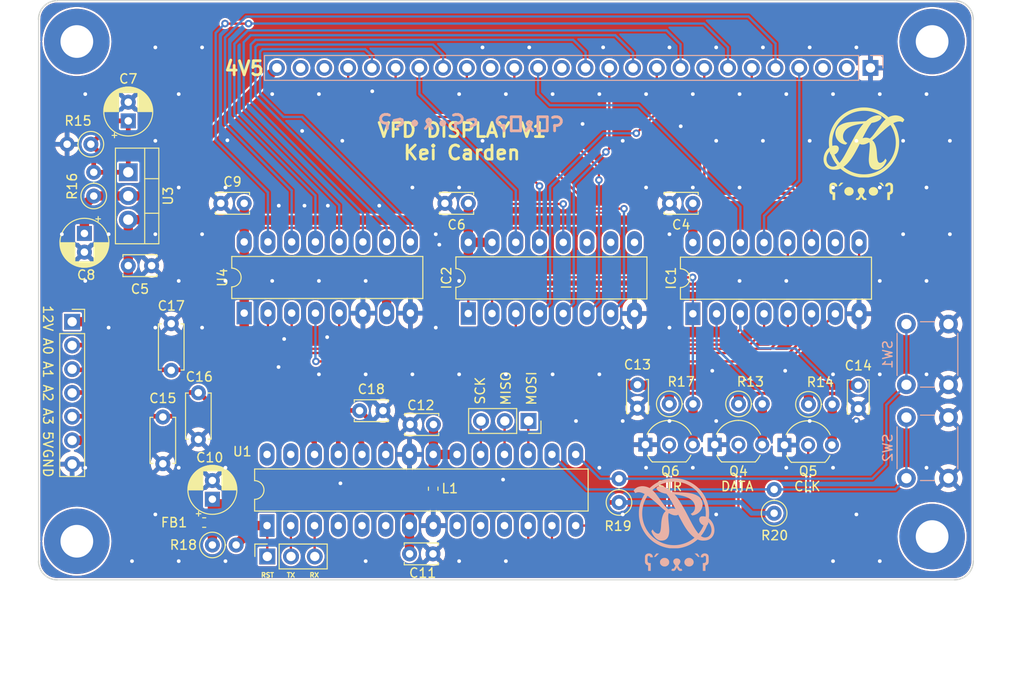
<source format=kicad_pcb>
(kicad_pcb (version 20211014) (generator pcbnew)
  (layers (0 "F.Cu" signal) (31 "B.Cu" signal) (34 "B.Paste" user) (35 "F.Paste" user) (36 "B.SilkS" user "B.Silkscreen") (37 "F.SilkS" user "F.Silkscreen") (38 "B.Mask" user) (39 "F.Mask" user) (44 "Edge.Cuts" user))
  (net 0 "")
  (net 1 "+12V")
  (net 2 "GND")
  (net 3 "/Display/Filiment Voltage")
  (net 4 "/Display/STR")
  (net 5 "/Display/DATA")
  (net 6 "/Display/CLK")
  (net 19 "/Display/Set")
  (net 21 "/Display/BCD1")
  (net 22 "/Display/BCD2")
  (net 23 "/Display/BCD3")
  (net 24 "/Display/BCD4")
  (net 25 "/Display/G3")
  (net 26 "/Display/G2")
  (net 27 "/Display/G1")
  (net 28 "/Display/G4")
  (net 29 "/Display/G5")
  (net 30 "/Display/G7")
  (net 31 "/Display/G8")
  (net 32 "/Display/G11")
  (net 33 "/Display/G10")
  (net 34 "/Display/G9")
  (net 35 "/Display/A")
  (net 36 "/Display/B")
  (net 37 "/Display/C")
  (net 38 "/Display/D")
  (net 39 "/Display/E")
  (net 40 "/Display/G")
  (net 41 "/Display/F")
  (net 42 "/Display/SERIAL")
  (net 43 "/Display/DOT")
  (net 44 "+5V")
  (net 45 "/Display/CLEAN 5V")
  (net 46 "/Display/ADC V")
  (net 47 "/Display/MOSI")
  (net 48 "/Display/MISO")
  (net 49 "/Display/SCK")
  (net 50 "/Display/TX")
  (net 51 "/Display/RX")
  (net 52 "/Display/data")
  (net 53 "/Display/clk")
  (net 54 "/Display/str")
  (net 55 "/Display/ADC0")
  (net 56 "/Display/ADC1")
  (net 57 "/Display/ADC2")
  (net 58 "/Display/ADC3")
  (net 59 "/Display/RST")
  (net 60 "Net-(R19-Pad2)")
  (net 61 "Net-(R20-Pad2)")
  (net 62 "/CLEAN 5V")
  (footprint "Capacitor_THT:C_Disc_D4.7mm_W2.5mm_P5.00mm" (layer "F.Cu") (at 102.8 114.57 -90)
    (fp_text reference "C15")
    (fp_text value "C")
  )
  (footprint "Capacitor_THT:C_Disc_D3.4mm_W2.1mm_P2.50mm" (layer "F.Cu") (at 129.2 129.22)
    (fp_text reference "C11")
    (fp_text value "100n")
  )
  (footprint "Capacitor_THT:C_Disc_D3.4mm_W2.1mm_P2.50mm" (layer "F.Cu") (at 123.85 113.895)
    (fp_text reference "C18")
    (fp_text value "C")
  )
  (footprint "Capacitor_THT:C_Disc_D3.4mm_W2.1mm_P2.50mm" (layer "F.Cu") (at 177.2 111.17 -90)
    (fp_text reference "C14")
    (fp_text value "100n")
  )
  (footprint "Package_TO_SOT_THT:TO-92_Inline_Wide" (layer "F.Cu") (at 169.3 117.57)
    (fp_text reference "Q5")
    (fp_text value "2N7000")
  )
  (footprint "Resistor_THT:R_Axial_DIN0207_L6.3mm_D2.5mm_P2.54mm_Vertical" (layer "F.Cu") (at 108.1 128.27)
    (fp_text reference "R18")
    (fp_text value "R")
  )
  (footprint "Capacitor_THT:C_Disc_D3.4mm_W2.1mm_P2.50mm" (layer "F.Cu") (at 153.58 111.12 -90)
    (fp_text reference "C13")
    (fp_text value "100n")
  )
  (footprint "Package_DIP:DIP-28_W7.62mm_LongPads" (layer "F.Cu") (at 113.95 126.195 90)
    (fp_text reference "U1")
    (fp_text value "ATmega8L-8P")
  )
  (footprint "Capacitor_THT:C_Disc_D3.4mm_W2.1mm_P2.50mm" (layer "F.Cu") (at 99.1 98.365)
    (fp_text reference "C5")
    (fp_text value "100n")
  )
  (footprint "Inductor_SMD:L_0603_1608Metric_Pad1.05x0.95mm_HandSolder" (layer "F.Cu") (at 107.225 125.87)
    (fp_text reference "FB1")
    (fp_text value "FerriteBead")
  )
  (footprint "Package_DIP:DIP-16_W7.62mm_LongPads" (layer "F.Cu") (at 159.505 103.515 90)
    (fp_text reference "IC1")
    (fp_text value "4094D")
  )
  (footprint "Resistor_THT:R_Axial_DIN0207_L6.3mm_D2.5mm_P2.54mm_Vertical" (layer "F.Cu") (at 95.41 90.91 90)
    (fp_text reference "R16")
    (fp_text value "R")
  )
  (footprint "Inductor_SMD:L_0603_1608Metric_Pad1.05x0.95mm_HandSolder" (layer "F.Cu") (at 131.725 122.25 90)
    (fp_text reference "L1")
    (fp_text value "L")
  )
  (footprint "Capacitor_THT:C_Disc_D4.7mm_W2.5mm_P5.00mm" (layer "F.Cu") (at 103.7 109.57 90)
    (fp_text reference "C17")
    (fp_text value "C")
  )
  (footprint "MountingHole:MountingHole_3.5mm_Pad" (layer "F.Cu") (at 185.1 74.37)
    (fp_text reference "REF**" hide)
    (fp_text value "MountingHole_3.5mm_Pad")
  )
  (footprint "MountingHole:MountingHole_3.5mm_Pad" (layer "F.Cu") (at 185.1 127.37)
    (fp_text reference "REF**" hide)
    (fp_text value "MountingHole_3.5mm_Pad" hide)
  )
  (footprint "Capacitor_THT:C_Disc_D3.4mm_W2.1mm_P2.50mm" (layer "F.Cu") (at 131.75 115.37 180)
    (fp_text reference "C12")
    (fp_text value "100n")
  )
  (footprint "Capacitor_THT:C_Disc_D3.4mm_W2.1mm_P2.50mm" (layer "F.Cu") (at 109.005 91.69)
    (fp_text reference "C9")
    (fp_text value "100n")
  )
  (footprint "Capacitor_THT:CP_Radial_D5.0mm_P2.00mm" (layer "F.Cu") (at 99.1 82.865 90)
    (fp_text reference "C7")
    (fp_text value "10u")
  )
  (footprint "Package_TO_SOT_THT:TO-92_Inline_Wide" (layer "F.Cu") (at 161.84 117.53)
    (fp_text reference "Q4")
    (fp_text value "2N7000")
  )
  (footprint "Capacitor_THT:C_Disc_D4.7mm_W2.5mm_P5.00mm" (layer "F.Cu") (at 106.6 111.97 -90)
    (fp_text reference "C16")
    (fp_text value "C")
  )
  (footprint "MountingHole:MountingHole_3.5mm_Pad" (layer "F.Cu") (at 93.6 127.87)
    (fp_text reference "REF**" hide)
    (fp_text value "MountingHole_3.5mm_Pad" hide)
  )
  (footprint "Connector_PinSocket_2.54mm:PinSocket_1x07_P2.54mm_Vertical" (layer "F.Cu") (at 93.1 104.37)
    (fp_text reference "J3" hide)
    (fp_text value "Conn_01x07_Female")
  )
  (footprint "Connector_PinSocket_2.54mm:PinSocket_1x03_P2.54mm_Vertical" (layer "F.Cu") (at 141.925 114.995 -90)
    (fp_text reference "J1" hide)
    (fp_text value "SPI")
  )
  (footprint "logo:logo" (layer "F.Cu") (at 178.1 86.37)
    (fp_text reference "G***" hide)
    (fp_text value "LOGO" hide)
  )
  (footprint "Capacitor_THT:CP_Radial_D5.0mm_P2.00mm" (layer "F.Cu") (at 94.41 94.914888 -90)
    (fp_text reference "C8")
    (fp_text value "1u")
  )
  (footprint "Resistor_THT:R_Axial_DIN0207_L6.3mm_D2.5mm_P2.54mm_Vertical" (layer "F.Cu") (at 151.6 123.715 90)
    (fp_text reference "R19")
    (fp_text value "R")
  )
  (footprint "Capacitor_THT:C_Disc_D3.4mm_W2.1mm_P2.50mm" (layer "F.Cu") (at 135.48 91.69 180)
    (fp_text reference "C6")
    (fp_text value "100n")
  )
  (footprint "Capacitor_THT:CP_Radial_D5.0mm_P2.00mm" (layer "F.Cu") (at 108.1 123.37 90)
    (fp_text reference "C10")
    (fp_text value "10u")
  )
  (footprint "Resistor_THT:R_Axial_DIN0207_L6.3mm_D2.5mm_P2.54mm_Vertical" (layer "F.Cu") (at 171.870945 113.21)
    (fp_text reference "R14")
    (fp_text value "10k")
  )
  (footprint "Resistor_THT:R_Axial_DIN0207_L6.3mm_D2.5mm_P2.54mm_Vertical" (layer "F.Cu") (at 164.39 113.17)
    (fp_text reference "R13")
    (fp_text value "10k")
  )
  (footprint "Package_DIP:DIP-16_W7.62mm_LongPads" (layer "F.Cu") (at 135.48 103.49 90)
    (fp_text reference "IC2")
    (fp_text value "4094D")
  )
  (footprint "Package_TO_SOT_THT:TO-92_Inline_Wide" (layer "F.Cu") (at 154.425 117.53)
    (fp_text reference "Q6")
    (fp_text value "2N7000")
  )
  (footprint "MountingHole:MountingHole_3.5mm_Pad" (layer "F.Cu") (at 93.6 74.37)
    (fp_text reference "REF**" hide)
    (fp_text value "MountingHole_3.5mm_Pad")
  )
  (footprint "Resistor_THT:R_Axial_DIN0207_L6.3mm_D2.5mm_P2.54mm_Vertical" (layer "F.Cu") (at 168.2 124.87 90)
    (fp_text reference "R20")
    (fp_text value "R")
  )
  (footprint "Capacitor_THT:C_Disc_D3.4mm_W2.1mm_P2.50mm" (layer "F.Cu") (at 159.505 91.69 180)
    (fp_text reference "C4")
    (fp_text value "100n")
  )
  (footprint "Resistor_THT:R_Axial_DIN0207_L6.3mm_D2.5mm_P2.54mm_Vertical" (layer "F.Cu") (at 95.1 85.365 180)
    (fp_text reference "R15")
    (fp_text value "R")
  )
  (footprint "Package_DIP:DIP-16_W7.62mm_LongPads" (layer "F.Cu") (at 111.505 103.445 90)
    (fp_text reference "U4")
    (fp_text value "4543")
  )
  (footprint "Package_TO_SOT_THT:TO-220-3_Vertical" (layer "F.Cu") (at 99.1 88.365 -90)
    (fp_text reference "U3")
    (fp_text value "LM317_TO-220")
  )
  (footprint "Connector_PinSocket_2.54mm:PinSocket_1x03_P2.54mm_Vertical" (layer "F.Cu") (at 113.975 129.5 90)
    (fp_text reference "J2" hide)
    (fp_text value "UART")
  )
  (footprint "Resistor_THT:R_Axial_DIN0207_L6.3mm_D2.5mm_P2.54mm_Vertical" (layer "F.Cu") (at 156.98 113.17)
    (fp_text reference "R17")
    (fp_text value "10k")
  )
  (footprint "Button_Switch_THT:SW_PUSH_6mm" (layer "B.Cu") (at 182.35 104.62 -90)
    (fp_text reference "SW1")
    (fp_text value "SW_Push")
  )
  (footprint "logo:logo" (layer "B.Cu") (at 157.2 126.07 180)
    (fp_text reference "G***" hide)
    (fp_text value "LOGO" hide)
  )
  (footprint "Button_Switch_THT:SW_PUSH_6mm" (layer "B.Cu") (at 182.35 114.62 -90)
    (fp_text reference "SW2")
    (fp_text value "SW_Push")
  )
  (footprint "Connector_PinSocket_2.54mm:PinSocket_1x26_P2.54mm_Vertical" (layer "B.Cu") (at 178.505 77.195 90)
    (fp_text reference "U5" hide)
    (fp_text value "Futaba_11-ST-26A_11_digit_Vacuum_Fluorescent_Display" hide)
  )
  (gr_line (start 189.5 72) (end 189.5 130) (layer "Edge.Cuts") (width 0.1))
  (gr_arc (start 89.5 72) (mid 90.085786 70.585786) (end 91.5 70) (layer "Edge.Cuts") (width 0.15))
  (gr_arc (start 187.5 70) (mid 188.914214 70.585786) (end 189.5 72) (layer "Edge.Cuts") (width 0.15))
  (gr_line (start 91.5 70) (end 187.5 70) (layer "Edge.Cuts") (width 0.1))
  (gr_arc (start 189.5 130) (mid 188.914214 131.414214) (end 187.5 132) (layer "Edge.Cuts") (width 0.15))
  (gr_line (start 89.5 130) (end 89.5 72) (layer "Edge.Cuts") (width 0.1))
  (gr_arc (start 91.5 132) (mid 90.085786 131.414214) (end 89.5 130) (layer "Edge.Cuts") (width 0.15))
  (gr_line (start 187.5 132) (end 91.5 132) (layer "Edge.Cuts") (width 0.1))
  (gr_text "ʕっ•ᴥ•ʔっ" (at 131.25 83) (layer "B.SilkS") (effects (font (size 1.5 1.5) (thickness 0.3))))
  (gr_text "ʕ♥ᴥ♥ʔ" (at 142 83.25) (layer "B.SilkS") (effects (font (size 1.5 1.5) (thickness 0.3))))
  (gr_text "CLK" (at 171.75 122) (layer "F.SilkS") (effects (font (size 1 1))))
  (gr_text "A0\n" (at 90.5 107 270) (layer "F.SilkS") (effects (font (size 1 1))))
  (gr_text "RST" (at 114 131.5) (layer "F.SilkS") (effects (font (size 0.5 0.5) (thickness 0.125))))
  (gr_text "MISO\n" (at 139.5 111.5 90) (layer "F.SilkS") (effects (font (size 1 1))))
  (gr_text "DATA" (at 164.25 122) (layer "F.SilkS") (effects (font (size 1 1))))
  (gr_text "A1" (at 90.5 109.5 270) (layer "F.SilkS") (effects (font (size 1 1))))
  (gr_text "A3" (at 90.5 114.5 270) (layer "F.SilkS") (effects (font (size 1 1))))
  (gr_text "VFD DISPLAY V1\nKei Carden" (at 134.8 85.07) (layer "F.SilkS") (effects (font (size 1.5 1.5) (thickness 0.3))))
  (gr_text "RX" (at 119 131.5) (layer "F.SilkS") (effects (font (size 0.5 0.5) (thickness 0.125))))
  (gr_text "12V" (at 90.5 104 270) (layer "F.SilkS") (effects (font (size 1 1))))
  (gr_text "GND\n" (at 90.5 119.5 270) (layer "F.SilkS") (effects (font (size 1 1))))
  (gr_text "SCK" (at 136.75 111.75 90) (layer "F.SilkS") (effects (font (size 1 1))))
  (gr_text "5V" (at 90.5 117 270) (layer "F.SilkS") (effects (font (size 1 1))))
  (gr_text "TX" (at 116.5 131.5) (layer "F.SilkS") (effects (font (size 0.5 0.5) (thickness 0.125))))
  (gr_text "MOSI" (at 142.25 111.5 90) (layer "F.SilkS") (effects (font (size 1 1))))
  (gr_text "STR\n" (at 157 122) (layer "F.SilkS") (effects (font (size 1 1))))
  (gr_text "A2\n" (at 90.5 112 270) (layer "F.SilkS") (effects (font (size 1 1))))
  (gr_text "4V5" (at 111.5 77.25) (layer "F.SilkS") (effects (font (size 1.5 1.5) (thickness 0.3))))
  (segment (start 99.1 93.445) (end 111.455 93.445) (width 1) (layer "F.Cu") (net 1))
  (segment (start 135.48 97.62) (end 134.38 98.72) (width 1) (layer "F.Cu") (net 1))
  (segment (start 99.1 98.365) (end 99.1 93.445) (width 1) (layer "F.Cu") (net 1))
  (segment (start 170.98 111.17) (end 164.18 111.17) (width 1) (layer "F.Cu") (net 1))
  (segment (start 134.38 98.72) (end 131.005 98.72) (width 1) (layer "F.Cu") (net 1))
  (segment (start 171.870945 113.21) (end 171.870945 111.27) (width 1) (layer "F.Cu") (net 1))
  (segment (start 111.505 108.095) (end 114.58 111.17) (width 1) (layer "F.Cu") (net 1))
  (segment (start 164.18 111.17) (end 156.78 111.17) (width 1) (layer "F.Cu") (net 1))
  (segment (start 129.205 98.695) (end 130.98 98.695) (width 1) (layer "F.Cu") (net 1))
  (segment (start 135.48 95.87) (end 135.48 97.62) (width 1) (layer "F.Cu") (net 1))
  (segment (start 164.39 113.17) (end 164.39 111.38) (width 1) (layer "F.Cu") (net 1))
  (segment (start 177.2 111.17) (end 171.08 111.17) (width 1) (layer "F.Cu") (net 1))
  (segment (start 111.505 95.825) (end 111.505 103.445) (width 1) (layer "F.Cu") (net 1))
  (segment (start 164.39 111.38) (end 164.18 111.17) (width 1) (layer "F.Cu") (net 1))
  (segment (start 111.505 93.495) (end 111.505 95.825) (width 1) (layer "F.Cu") (net 1))
  (segment (start 99.1 98.365) (end 99.1 100.87) (width 1) (layer "F.Cu") (net 1))
  (segment (start 159.505 93.495) (end 159.505 95.895) (width 1) (layer "F.Cu") (net 1))
  (segment (start 111.455 93.445) (end 111.505 93.495) (width 1) (layer "F.Cu") (net 1))
  (segment (start 156.98 113.17) (end 156.98 111.37) (width 1) (layer "F.Cu") (net 1))
  (segment (start 114.58 111.17) (end 156.78 111.17) (width 1) (layer "F.Cu") (net 1))
  (segment (start 135.48 91.69) (end 135.48 95.87) (width 1) (layer "F.Cu") (net 1))
  (segment (start 135.48 95.87) (end 138.02 95.87) (width 1) (layer "F.Cu") (net 1))
  (segment (start 131.005 98.72) (end 130.98 98.695) (width 1) (layer "F.Cu") (net 1))
  (segment (start 99.1 100.87) (end 95.6 104.37) (width 1) (layer "F.Cu") (net 1))
  (segment (start 159.505 91.69) (end 159.505 93.495) (width 1) (layer "F.Cu") (net 1))
  (segment (start 111.505 93.495) (end 159.505 93.495) (width 1) (layer "F.Cu") (net 1))
  (segment (start 95.6 104.37) (end 93.1 104.37) (width 1) (layer "F.Cu") (net 1))
  (segment (start 126.745 101.155) (end 129.205 98.695) (width 1) (layer "F.Cu") (net 1))
  (segment (start 111.505 91.69) (end 111.505 93.495) (width 1) (layer "F.Cu") (net 1))
  (segment (start 111.505 103.445) (end 111.505 108.095) (width 1) (layer "F.Cu") (net 1))
  (segment (start 156.98 111.37) (end 156.78 111.17) (width 1) (layer "F.Cu") (net 1))
  (segment (start 126.745 103.445) (end 126.745 101.155) (width 1) (layer "F.Cu") (net 1))
  (via (at 144.5 110) (size 0.8) (drill 0.4) (layers "F.Cu" "B.Cu") (net 2))
  (via (at 117.705 83.945) (size 0.8) (drill 0.4) (layers "F.Cu" "B.Cu") (net 2))
  (via (at 109.5 130) (size 0.8) (drill 0.4) (layers "F.Cu" "B.Cu") (net 2))
  (via (at 157 115) (size 0.8) (drill 0.4) (layers "F.Cu" "B.Cu") (net 2))
  (via (at 149.5 110) (size 0.8) (drill 0.4) (layers "F.Cu" "B.Cu") (net 2))
  (via (at 154.5 90) (size 0.8) (drill 0.4) (layers "F.Cu" "B.Cu") (net 2))
  (via (at 109.5 120) (size 0.8) (drill 0.4) (layers "F.Cu" "B.Cu") (net 2))
  (via (at 115.205 91.945) (size 0.8) (drill 0.4) (layers "F.Cu" "B.Cu") (net 2))
  (via (at 102 75) (size 0.8) (drill 0.4) (layers "F.Cu" "B.Cu") (net 2))
  (via (at 184.5 80) (size 0.8) (drill 0.4) (layers "F.Cu" "B.Cu") (net 2))
  (via (at 177 75) (size 0.8) (drill 0.4) (layers "F.Cu" "B.Cu") (net 2))
  (via (at 121.8 121.67) (size 0.8) (drill 0.4) (layers "F.Cu" "B.Cu") (net 2))
  (via (at 142 75) (size 0.8) (drill 0.4) (layers "F.Cu" "B.Cu") (net 2))
  (via (at 102 105) (size 0.8) (drill 0.4) (layers "F.Cu" "B.Cu") (net 2))
  (via (at 167 85) (size 0.8) (drill 0.4) (layers "F.Cu" "B.Cu") (net 2))
  (via (at 114.5 100) (size 0.8) (drill 0.4) (layers "F.Cu" "B.Cu") (net 2))
  (via (at 177 125) (size 0.8) (drill 0.4) (layers "F.Cu" "B.Cu") (net 2))
  (via (at 137 75) (size 0.8) (drill 0.4) (layers "F.Cu" "B.Cu") (net 2))
  (via (at 164.5 100) (size 0.8) (drill 0.4) (layers "F.Cu" "B.Cu") (net 2))
  (via (at 134.5 130) (size 0.8) (drill 0.4) (layers "F.Cu" "B.Cu") (net 2))
  (via (at 134.5 110) (size 0.8) (drill 0.4) (layers "F.Cu" "B.Cu") (net 2))
  (via (at 115.18 109.22) (size 0.8) (drill 0.4) (layers "F.Cu" "B.Cu") (net 2))
  (via (at 162 85) (size 0.8) (drill 0.4) (layers "F.Cu" "B.Cu") (net 2))
  (via (at 92 95) (size 0.8) (drill 0.4) (layers "F.Cu" "B.Cu") (net 2))
  (via (at 179.5 90) (size 0.8) (drill 0.4) (layers "F.Cu" "B.Cu") (net 2))
  (via (at 97 95) (size 0.8) (drill 0.4) (layers "F.Cu" "B.Cu") (net 2))
  (via (at 162 125) (size 0.8) (drill 0.4) (layers "F.Cu" "B.Cu") (net 2))
  (via (at 129.5 110) (size 0.8) (drill 0.4) (layers "F.Cu" "B.Cu") (net 2))
  (via (at 132 105) (size 0.8) (drill 0.4) (layers "F.Cu" "B.Cu") (net 2))
  (via (at 159.5 120) (size 0.8) (drill 0.4) (layers "F.Cu" "B.Cu") (net 2))
  (via (at 139.5 80) (size 0.8) (drill 0.4) (layers "F.Cu" "B.Cu") (net 2))
  (via (at 94.5 80) (size 0.8) (drill 0.4) (layers "F.Cu" "B.Cu") (net 2))
  (via (at 147 115) (size 0.8) (drill 0.4) (layers "F.Cu" "B.Cu") (net 2))
  (via (at 169.5 120) (size 0.8) (drill 0.4) (layers "F.Cu" "B.Cu") (net 2))
  (via (at 104.5 120) (size 0.8) (drill 0.4) (layers "F.Cu" "B.Cu") (net 2))
  (via (at 172 85) (size 0.8) (drill 0.4) (layers "F.Cu" "B.Cu") (net 2))
  (via (at 134.5 100) (size 0.8) (drill 0.4) (layers "F.Cu" "B.Cu") (net 2))
  (via (at 119.5 100) (size 0.8) (drill 0.4) (layers "F.Cu" "B.Cu") (net 2))
  (via (at 174.5 120) (size 0.8) (drill 0.4) (layers "F.Cu" "B.Cu") (net 2))
  (via (at 179.5 80) (size 0.8) (drill 0.4) (layers "F.Cu" "B.Cu") (net 2))
  (via (at 125.955 91.945) (size 0.8) (drill 0.4) (layers "F.Cu" "B.Cu") (net 2))
  (via (at 152 85) (size 0.8) (drill 0.4) (layers "F.Cu" "B.Cu") (net 2))
  (via (at 134.5 90) (size 0.8) (drill 0.4) (layers "F.Cu" "B.Cu") (net 2))
  (via (at 119.5 80) (size 0.8) (drill 0.4) (layers "F.Cu" "B.Cu") (net 2))
  (via (at 169.5 100) (size 0.8) (drill 0.4) (layers "F.Cu" "B.Cu") (net 2))
  (via (at 149.905 74.995) (size 0.8) (drill 0.4) (layers "F.Cu" "B.Cu") (net 2))
  (via (at 149.5 80) (size 0.8) (drill 0.4) (layers "F.Cu" "B.Cu") (net 2))
  (via (at 107 105) (size 0.8) (drill 0.4) (layers "F.Cu" "B.Cu") (net 2))
  (via (at 154.5 80) (size 0.8) (drill 0.4) (layers "F.Cu" "B.Cu") (net 2))
  (via (at 102 95) (size 0.8) (drill 0.4) (layers "F.Cu" "B.Cu") (net 2))
  (via (at 132.38 96.12) (size 0.8) (drill 0.4) (layers "F.Cu" "B.Cu") (net 2))
  (via (at 184.5 110) (size 0.8) (drill 0.4) (layers "F.Cu" "B.Cu") (net 2))
  (via (at 122 85) (size 0.8) (drill 0.4) (layers "F.Cu" "B.Cu") (net 2))
  (via (at 157 105) (size 0.8) (drill 0.4) (layers "F.Cu" "B.Cu") (net 2))
  (via (at 164.5 80) (size 0.8) (drill 0.4) (layers "F.Cu" "B.Cu") (net 2))
  (via (at 174.5 130) (size 0.8) (drill 0.4) (layers "F.Cu" "B.Cu") (net 2))
  (via (at 115.78 106.22) (size 0.8) (drill 0.4) (layers "F.Cu" "B.Cu") (net 2))
  (via (at 114.5 80) (size 0.8) (drill 0.4) (layers "F.Cu" "B.Cu") (net 2))
  (via (at 182 95) (size 0.8) (drill 0.4) (layers "F.Cu" "B.Cu") (net 2))
  (via (at 187 85) (size 0.8) (drill 0.4) (layers "F.Cu" "B.Cu") (net 2))
  (via (at 139.5 130) (size 0.8) (drill 0.4) (layers "F.Cu" "B.Cu") (net 2))
  (via (at 149.5 120) (size 0.8) (drill 0.4) (layers "F.Cu" "B.Cu") (net 2))
  (via (at 120.38 106.02) (size 0.8) (drill 0.4) (layers "F.Cu" "B.Cu") (net 2))
  (via (at 119.5 110) (size 0.8) (drill 0.4) (layers "F.Cu" "B.Cu") (net 2))
  (via (at 167 75) (size 0.8) (drill 0.4) (layers "F.Cu" "B.Cu") (net 2))
  (via (at 159.5 80) (size 0.8) (drill 0.4) (layers "F.Cu" "B.Cu") (net 2))
  (via (at 104.5 100) (size 0.8) (drill 0.4) (layers "F.Cu" "B.Cu") (net 2))
  (via (at 184.5 120) (size 0.8) (drill 0.4) (layers "F.Cu" "B.Cu") (net 2))
  (via (at 177 85) (size 0.8) (drill 0.4) (layers "F.Cu" "B.Cu") (net 2))
  (via (at 107 95) (size 0.8) (drill 0.4) (layers "F.Cu" "B.Cu") (net 2))
  (via (at 134.5 80) (size 0.8) (drill 0.4) (layers "F.Cu" "B.Cu") (net 2))
  (via (at 169.5 80) (size 0.8) (drill 0.4) (layers "F.Cu" "B.Cu") (net 2))
  (via (at 107 75) (size 0.8) (drill 0.4) (layers "F.Cu" "B.Cu") (net 2))
  (via (at 152 125) (size 0.8) (drill 0.4) (layers "F.Cu" "B.Cu") (net 2))
  (via (at 172 115) (size 0.8) (drill 0.4) (layers "F.Cu" "B.Cu") (net 2))
  (via (at 120.455 91.945) (size 0.8) (drill 0.4) (layers "F.Cu" "B.Cu") (net 2))
  (via (at 109.705 84.945) (size 0.8) (drill 0.4) (layers "F.Cu" "B.Cu") (net 2))
  (via (at 158.205 83.445) (size 0.8) (drill 0.4) (layers "F.Cu" "B.Cu") (net 2))
  (via (at 174.5 80) (size 0.8) (drill 0.4) (layers "F.Cu" "B.Cu") (net 2))
  (via (at 182 85) (size 0.8) (drill 0.4) (layers "F.Cu" "B.Cu") (net 2))
  (via (at 162 75) (size 0.8) (drill 0.4) (layers "F.Cu" "B.Cu") (net 2))
  (via (at 187 95) (size 0.8) (drill 0.4) (layers "F.Cu" "B.Cu") (net 2))
  (via (at 94.5 120) (size 0.8) (drill 0.4) (layers "F.Cu" "B.Cu") (net 2))
  (via (at 159.5 90) (size 0.8) (drill 0.4) (layers "F.Cu" "B.Cu") (net 2))
  (via (at 102 125) (size 0.8) (drill 0.4) (layers "F.Cu" "B.Cu") (net 2))
  (via (at 169.38 109.62) (size 0.8) (drill 0.4) (layers "F.Cu" "B.Cu") (net 2))
  (via (at 109.5 100) (size 0.8) (drill 0.4) (layers "F.Cu" "B.Cu") (net 2))
  (via (at 97 105) (size 0.8) (drill 0.4) (layers "F.Cu" "B.Cu") (net 2))
  (via (at 157 95) (size 0.8) (drill 0.4) (layers "F.Cu" "B.Cu") (net 2))
  (via (at 99.5 130) (size 0.8) (drill 0.4) (layers "F.Cu" "B.Cu") (net 2))
  (via (at 184.5 90) (size 0.8) (drill 0.4) (layers "F.Cu" "B.Cu") (net 2))
  (via (at 125.205 79.695) (size 0.8) (drill 0.4) (layers "F.Cu" "B.Cu") (net 2))
  (via (at 102 85) (size 0.8) (drill 0.4) (layers "F.Cu" "B.Cu") (net 2))
  (via (at 152 105) (size 0.8) (drill 0.4) (layers "F.Cu" "B.Cu") (net 2))
  (via (at 104.5 90) (size 0.8) (drill 0.4) (layers "F.Cu" "B.Cu") (net 2))
  (via (at 162 115) (size 0.8) (drill 0.4) (layers "F.Cu" "B.Cu") (net 2))
  (via (at 137 85) (size 0.8) (drill 0.4) (layers "F.Cu" "B.Cu") (net 2))
  (via (at 129.5 90) (size 0.8) (drill 0.4) (layers "F.Cu" "B.Cu") (net 2))
  (via (at 132 95) (size 0.8) (drill 0.4) (layers "F.Cu" "B.Cu") (net 2))
  (via (at 124.5 130) (size 0.8) (drill 0.4) (layers "F.Cu" "B.Cu") (net 2))
  (via (at 184.5 100) (size 0.8) (drill 0.4) (layers "F.Cu" "B.Cu") (net 2))
  (via (at 179.5 100) (size 0.8) (drill 0.4) (layers "F.Cu" "B.Cu") (net 2))
  (via (at 104.5 80) (size 0.8) (drill 0.4) (layers "F.Cu" "B.Cu") (net 2))
  (via (at 161.58 109.62) (size 0.8) (drill 0.4) (layers "F.Cu" "B.Cu") (net 2))
  (via (at 104.5 130) (size 0.8) (drill 0.4) (layers "F.Cu" "B.Cu") (net 2))
  (via (at 157 75) (size 0.8) (drill 0.4) (layers "F.Cu" "B.Cu") (net 2))
  (via (at 179.5 110) (size 0.8) (drill 0.4) (layers "F.Cu" "B.Cu") (net 2))
  (via (at 124.5 100) (size 0.8) (drill 0.4) (layers "F.Cu" "B.Cu") (net 2))
  (via (at 109.5 90) (size 0.8) (drill 0.4) (layers "F.Cu" "B.Cu") (net 2))
  (via (at 177 115) (size 0.8) (drill 0.4) (layers "F.Cu" "B.Cu") (net 2))
  (via (at 139.2 121.27) (size 0.8) (drill 0.4) (layers "F.Cu" "B.Cu") (net 2))
  (via (at 147.705 83.195) (size 0.8) (drill 0.4) (layers "F.Cu" "B.Cu") (net 2))
  (via (at 152 115) (size 0.8) (drill 0.4) (layers "F.Cu" "B.Cu") (net 2))
  (via (at 124.5 110) (size 0.8) (drill 0.4) (layers "F.Cu" "B.Cu") (net 2))
  (via (at 172 75) (size 0.8) (drill 0.4) (layers "F.Cu" "B.Cu") (net 2))
  (via (at 164.5 90) (size 0.8) (drill 0.4) (layers "F.Cu" "B.Cu") (net 2))
  (via (at 174.5 90) (size 0.8) (drill 0.4) (layers "F.Cu" "B.Cu") (net 2))
  (via (at 174.5 110) (size 0.8) (drill 0.4) (layers "F.Cu" "B.Cu") (net 2))
  (via (at 117.955 91.945) (size 0.8) (drill 0.4) (layers "F.Cu" "B.Cu") (net 2))
  (via (at 144.5 80) (size 0.8) (drill 0.4) (layers "F.Cu" "B.Cu") (net 2))
  (via (at 139.5 110) (size 0.8) (drill 0.4) (layers "F.Cu" "B.Cu") (net 2))
  (via (at 179.5 130) (size 0.8) (drill 0.4) (layers "F.Cu" "B.Cu") (net 2))
  (via (at 154.5 120) (size 0.8) (drill 0.4) (layers "F.Cu" "B.Cu") (net 2))
  (segment (start 101.295 90.905) (end 115.005 77.195) (width 1) (layer "F.Cu") (net 3))
  (segment (start 99.1 90.905) (end 101.295 90.905) (width 1) (layer "F.Cu") (net 3))
  (segment (start 94.41 91.91) (end 95.41 90.91) (width 1) (layer "F.Cu") (net 3))
  (segment (start 95.415 90.905) (end 95.41 90.91) (width 1) (layer "F.Cu") (net 3))
  (segment (start 99.1 90.905) (end 95.415 90.905) (width 1) (layer "F.Cu") (net 3))
  (segment (start 94.41 94.914888) (end 94.41 91.91) (width 1) (layer "F.Cu") (net 3))
  (segment (start 135.48 101.12) (end 135.48 103.49) (width 0.25) (layer "F.Cu") (net 4))
  (segment (start 159.52 113.17) (end 159.52 117.515) (width 1) (layer "F.Cu") (net 4))
  (segment (start 159.48 99.62) (end 136.98 99.62) (width 0.25) (layer "F.Cu") (net 4))
  (segment (start 159.52 117.515) (end 159.505 117.53) (width 1) (layer "F.Cu") (net 4))
  (segment (start 136.98 99.62) (end 135.48 101.12) (width 0.25) (layer "F.Cu") (net 4))
  (via (at 159.48 99.62) (size 0.8) (drill 0.4) (layers "F.Cu" "B.Cu") (net 4))
  (segment (start 159.48 99.62) (end 159.505 99.645) (width 0.25) (layer "B.Cu") (net 4))
  (segment (start 159.505 99.645) (end 159.505 103.515) (width 0.25) (layer "B.Cu") (net 4))
  (segment (start 159.505 113.155) (end 159.505 103.515) (width 0.25) (layer "B.Cu") (net 4))
  (segment (start 159.52 113.17) (end 159.505 113.155) (width 0.25) (layer "B.Cu") (net 4))
  (segment (start 166.93 117.52) (end 166.92 117.53) (width 1) (layer "F.Cu") (net 5))
  (segment (start 166.93 113.17) (end 166.93 117.52) (width 1) (layer "F.Cu") (net 5))
  (segment (start 166.93 113.17) (end 166.93 112.12) (width 0.25) (layer "B.Cu") (net 5))
  (segment (start 166.93 112.12) (end 162.045 107.235) (width 0.25) (layer "B.Cu") (net 5))
  (segment (start 162.045 107.235) (end 162.045 103.515) (width 0.25) (layer "B.Cu") (net 5))
  (segment (start 174.410945 113.21) (end 174.410945 117.539055) (width 1) (layer "F.Cu") (net 6))
  (segment (start 164.585 103.515) (end 164.63 103.56) (width 0.25) (layer "F.Cu") (net 6))
  (segment (start 140.56 103.49) (end 140.56 105.55) (width 0.25) (layer "F.Cu") (net 6))
  (segment (start 164.585 105.165) (end 164.585 103.515) (width 0.25) (layer "F.Cu") (net 6))
  (segment (start 163.38 106.37) (end 164.585 105.165) (width 0.25) (layer "F.Cu") (net 6))
  (segment (start 140.56 105.55) (end 141.38 106.37) (width 0.25) (layer "F.Cu") (net 6))
  (segment (start 174.410945 117.539055) (end 174.38 117.57) (width 1) (layer "F.Cu") (net 6))
  (segment (start 141.38 106.37) (end 163.38 106.37) (width 0.25) (layer "F.Cu") (net 6))
  (segment (start 164.585 105.225) (end 164.585 103.515) (width 0.25) (layer "B.Cu") (net 6))
  (segment (start 174.410945 111.200945) (end 170.48 107.27) (width 0.25) (layer "B.Cu") (net 6))
  (segment (start 174.410945 111.200945) (end 174.410945 113.21) (width 0.25) (layer "B.Cu") (net 6))
  (segment (start 164.585 105.225) (end 166.58 107.22) (width 0.25) (layer "B.Cu") (net 6))
  (segment (start 170.48 107.27) (end 170.48 107.22) (width 0.25) (layer "B.Cu") (net 6))
  (segment (start 166.58 107.22) (end 170.48 107.22) (width 0.25) (layer "B.Cu") (net 6))
  (segment (start 167.125 103.515) (end 167.125 105.32) (width 0.25) (layer "F.Cu") (net 21))
  (segment (start 123.07952 106.81952) (end 121.665 105.405) (width 0.25) (layer "F.Cu") (net 21))
  (segment (start 167.125 105.32) (end 165.62548 106.81952) (width 0.25) (layer "F.Cu") (net 21))
  (segment (start 165.62548 106.81952) (end 123.07952 106.81952) (width 0.25) (layer "F.Cu") (net 21))
  (segment (start 121.665 105.405) (end 121.665 103.445) (width 0.25) (layer "F.Cu") (net 21))
  (segment (start 167.815242 107.26904) (end 169.665 105.419282) (width 0.25) (layer "F.Cu") (net 22))
  (segment (start 116.585 105.575) (end 118.27904 107.26904) (width 0.25) (layer "F.Cu") (net 22))
  (segment (start 169.665 105.419282) (end 169.665 103.515) (width 0.25) (layer "F.Cu") (net 22))
  (segment (start 118.27904 107.26904) (end 167.815242 107.26904) (width 0.25) (layer "F.Cu") (net 22))
  (segment (start 116.585 103.445) (end 116.585 105.575) (width 0.25) (layer "F.Cu") (net 22))
  (segment (start 169.78144 107.71856) (end 172.205 105.295) (width 0.25) (layer "F.Cu") (net 23))
  (segment (start 115.22856 107.71856) (end 169.78144 107.71856) (width 0.25) (layer "F.Cu") (net 23))
  (segment (start 114.045 106.535) (end 115.22856 107.71856) (width 0.25) (layer "F.Cu") (net 23))
  (segment (start 114.045 103.445) (end 114.045 106.535) (width 0.25) (layer "F.Cu") (net 23))
  (segment (start 172.205 105.295) (end 172.205 103.515) (width 0.25) (layer "F.Cu") (net 23))
  (segment (start 119.18 108.62) (end 169.64 108.62) (width 0.25) (layer "F.Cu") (net 24))
  (segment (start 169.64 108.62) (end 174.745 103.515) (width 0.25) (layer "F.Cu") (net 24))
  (via (at 119.18 108.62) (size 0.8) (drill 0.4) (layers "F.Cu" "B.Cu") (net 24))
  (segment (start 119.18 108.62) (end 119.125 108.565) (width 0.25) (layer "B.Cu") (net 24))
  (segment (start 119.125 108.565) (end 119.125 103.445) (width 0.25) (layer "B.Cu") (net 24))
  (segment (start 170.23 91.12) (end 172.205 93.095) (width 0.25) (layer "F.Cu") (net 25))
  (segment (start 172.205 93.095) (end 172.205 95.895) (width 0.25) (layer "F.Cu") (net 25))
  (segment (start 162.48 91.12) (end 170.23 91.12) (width 0.25) (layer "F.Cu") (net 25))
  (segment (start 160.725 89.365) (end 162.48 91.12) (width 0.25) (layer "F.Cu") (net 25))
  (segment (start 160.725 77.195) (end 160.725 89.365) (width 0.25) (layer "F.Cu") (net 25))
  (segment (start 173.48 93.37) (end 173.48 97.37) (width 0.25) (layer "F.Cu") (net 26))
  (segment (start 165.805 77.195) (end 165.805 87.795) (width 0.25) (layer "F.Cu") (net 26))
  (segment (start 169.98 98.12) (end 169.665 97.805) (width 0.25) (layer "F.Cu") (net 26))
  (segment (start 170.23 90.12) (end 173.48 93.37) (width 0.25) (layer "F.Cu") (net 26))
  (segment (start 165.805 87.795) (end 168.13 90.12) (width 0.25) (layer "F.Cu") (net 26))
  (segment (start 172.73 98.12) (end 169.98 98.12) (width 0.25) (layer "F.Cu") (net 26))
  (segment (start 168.13 90.12) (end 170.23 90.12) (width 0.25) (layer "F.Cu") (net 26))
  (segment (start 169.665 97.805) (end 169.665 95.895) (width 0.25) (layer "F.Cu") (net 26))
  (segment (start 173.48 97.37) (end 172.73 98.12) (width 0.25) (layer "F.Cu") (net 26))
  (segment (start 170.885 77.195) (end 170.885 89.265) (width 0.25) (layer "B.Cu") (net 27))
  (segment (start 167.125 93.025) (end 167.125 95.895) (width 0.25) (layer "B.Cu") (net 27))
  (segment (start 170.885 89.265) (end 167.125 93.025) (width 0.25) (layer "B.Cu") (net 27))
  (segment (start 153.455 84.195) (end 155.645 82.005) (width 0.25) (layer "F.Cu") (net 28))
  (segment (start 155.645 82.005) (end 155.645 77.195) (width 0.25) (layer "F.Cu") (net 28))
  (via (at 153.455 84.195) (size 0.8) (drill 0.4) (layers "F.Cu" "B.Cu") (net 28))
  (segment (start 144.22452 89.92548) (end 149.955 84.195) (width 0.25) (layer "B.Cu") (net 28))
  (segment (start 143.1 103.49) (end 144.22452 102.36548) (width 0.25) (layer "B.Cu") (net 28))
  (segment (start 149.955 84.195) (end 153.455 84.195) (width 0.25) (layer "B.Cu") (net 28))
  (segment (start 144.22452 102.36548) (end 144.22452 89.92548) (width 0.25) (layer "B.Cu") (net 28))
  (segment (start 150.565 85.835) (end 150.565 77.195) (width 0.25) (layer "F.Cu") (net 29))
  (segment (start 150.205 86.195) (end 150.565 85.835) (width 0.25) (layer "F.Cu") (net 29))
  (via (at 150.205 86.195) (size 0.8) (drill 0.4) (layers "F.Cu" "B.Cu") (net 29))
  (segment (start 145.64 103.49) (end 146.76452 102.36548) (width 0.25) (layer "B.Cu") (net 29))
  (segment (start 146.76452 89.63548) (end 150.205 86.195) (width 0.25) (layer "B.Cu") (net 29))
  (segment (start 146.76452 102.36548) (end 146.76452 89.63548) (width 0.25) (layer "B.Cu") (net 29))
  (segment (start 149.455 89.195) (end 149.455 87.945) (width 0.25) (layer "F.Cu") (net 30))
  (segment (start 140.405 78.895) (end 140.405 77.195) (width 0.25) (layer "F.Cu") (net 30))
  (segment (start 149.455 87.945) (end 140.405 78.895) (width 0.25) (layer "F.Cu") (net 30))
  (via (at 149.455 89.195) (size 0.8) (drill 0.4) (layers "F.Cu" "B.Cu") (net 30))
  (segment (start 149.455 102.215) (end 149.455 89.195) (width 0.25) (layer "B.Cu") (net 30))
  (segment (start 148.18 103.49) (end 149.455 102.215) (width 0.25) (layer "B.Cu") (net 30))
  (segment (start 135.325 78.815) (end 135.325 77.195) (width 0.25) (layer "F.Cu") (net 31))
  (segment (start 152.13548 92.26452) (end 148.77452 92.26452) (width 0.25) (layer "F.Cu") (net 31))
  (segment (start 148.77452 92.26452) (end 135.325 78.815) (width 0.25) (layer "F.Cu") (net 31))
  (via (at 152.13548 92.26452) (size 0.8) (drill 0.4) (layers "F.Cu" "B.Cu") (net 31))
  (segment (start 150.72 103.49) (end 152.13548 102.07452) (width 0.25) (layer "B.Cu") (net 31))
  (segment (start 152.13548 102.07452) (end 152.13548 92.26452) (width 0.25) (layer "B.Cu") (net 31))
  (segment (start 152.13548 92.26452) (end 152.205 92.195) (width 0.25) (layer "B.Cu") (net 31))
  (segment (start 139.27 91.76) (end 132.455 84.945) (width 0.25) (layer "F.Cu") (net 32))
  (segment (start 126.955 84.945) (end 122.625 80.615) (width 0.25) (layer "F.Cu") (net 32))
  (segment (start 122.625 80.615) (end 122.625 77.195) (width 0.25) (layer "F.Cu") (net 32))
  (segment (start 145.64 91.76) (end 139.27 91.76) (width 0.25) (layer "F.Cu") (net 32))
  (segment (start 132.455 84.945) (end 126.955 84.945) (width 0.25) (layer "F.Cu") (net 32))
  (via (at 145.64 91.76) (size 0.8) (drill 0.4) (layers "F.Cu" "B.Cu") (net 32))
  (segment (start 145.64 95.87) (end 145.64 91.76) (width 0.25) (layer "B.Cu") (net 32))
  (segment (start 130.455 82.445) (end 127.705 79.695) (width 0.25) (layer "F.Cu") (net 33))
  (segment (start 127.705 79.695) (end 127.705 77.195) (width 0.25) (layer "F.Cu") (net 33))
  (segment (start 135.705 82.445) (end 130.455 82.445) (width 0.25) (layer "F.Cu") (net 33))
  (segment (start 143.1 89.84) (end 135.705 82.445) (width 0.25) (layer "F.Cu") (net 33))
  (via (at 143.1 89.84) (size 0.8) (drill 0.4) (layers "F.Cu" "B.Cu") (net 33))
  (segment (start 143.1 95.87) (end 143.1 89.84) (width 0.25) (layer "B.Cu") (net 33))
  (segment (start 130.245 79.985) (end 130.245 77.195) (width 0.25) (layer "B.Cu") (net 34))
  (segment (start 140.56 90.3) (end 130.245 79.985) (width 0.25) (layer "B.Cu") (net 34))
  (segment (start 140.56 95.87) (end 140.56 90.3) (width 0.25) (layer "B.Cu") (net 34))
  (segment (start 129.285 95.825) (end 129.285 94.025) (width 0.25) (layer "B.Cu") (net 35))
  (segment (start 129.285 94.025) (end 117.705 82.445) (width 0.25) (layer "B.Cu") (net 35))
  (segment (start 113.205 79.945) (end 113.205 75.445) (width 0.25) (layer "B.Cu") (net 35))
  (segment (start 113.455 75.195) (end 124.455 75.195) (width 0.25) (layer "B.Cu") (net 35))
  (segment (start 115.705 82.445) (end 113.205 79.945) (width 0.25) (layer "B.Cu") (net 35))
  (segment (start 117.705 82.445) (end 115.705 82.445) (width 0.25) (layer "B.Cu") (net 35))
  (segment (start 124.455 75.195) (end 125.165 75.905) (width 0.25) (layer "B.Cu") (net 35))
  (segment (start 125.165 75.905) (end 125.165 77.195) (width 0.25) (layer "B.Cu") (net 35))
  (segment (start 113.205 75.445) (end 113.455 75.195) (width 0.25) (layer "B.Cu") (net 35))
  (segment (start 131.705 74.695) (end 112.955 74.695) (width 0.25) (layer "B.Cu") (net 36))
  (segment (start 132.785 77.195) (end 132.785 75.775) (width 0.25) (layer "B.Cu") (net 36))
  (segment (start 126.745 94.235) (end 126.745 95.825) (width 0.25) (layer "B.Cu") (net 36))
  (segment (start 112.705 74.945) (end 112.705 80.195) (width 0.25) (layer "B.Cu") (net 36))
  (segment (start 132.785 75.775) (end 131.705 74.695) (width 0.25) (layer "B.Cu") (net 36))
  (segment (start 112.705 80.195) (end 126.745 94.235) (width 0.25) (layer "B.Cu") (net 36))
  (segment (start 112.955 74.695) (end 112.705 74.945) (width 0.25) (layer "B.Cu") (net 36))
  (segment (start 112.705 74.195) (end 112.205 74.695) (width 0.25) (layer "B.Cu") (net 37))
  (segment (start 112.205 80.7575) (end 124.205 92.7575) (width 0.25) (layer "B.Cu") (net 37))
  (segment (start 146.705 74.195) (end 112.705 74.195) (width 0.25) (layer "B.Cu") (net 37))
  (segment (start 112.205 74.695) (end 112.205 80.7575) (width 0.25) (layer "B.Cu") (net 37))
  (segment (start 124.205 92.7575) (end 124.205 95.825) (width 0.25) (layer "B.Cu") (net 37))
  (segment (start 148.025 75.515) (end 146.705 74.195) (width 0.25) (layer "B.Cu") (net 37))
  (segment (start 148.025 77.195) (end 148.025 75.515) (width 0.25) (layer "B.Cu") (net 37))
  (segment (start 151.205 73.695) (end 112.205 73.695) (width 0.25) (layer "B.Cu") (net 38))
  (segment (start 111.455 74.445) (end 111.455 81.695) (width 0.25) (layer "B.Cu") (net 38))
  (segment (start 153.105 75.595) (end 151.205 73.695) (width 0.25) (layer "B.Cu") (net 38))
  (segment (start 121.665 91.905) (end 121.665 95.825) (width 0.25) (layer "B.Cu") (net 38))
  (segment (start 112.205 73.695) (end 111.455 74.445) (width 0.25) (layer "B.Cu") (net 38))
  (segment (start 111.455 81.695) (end 121.665 91.905) (width 0.25) (layer "B.Cu") (net 38))
  (segment (start 153.105 77.195) (end 153.105 75.595) (width 0.25) (layer "B.Cu") (net 38))
  (segment (start 110.455 74.627141) (end 110.455 82.195) (width 0.25) (layer "B.Cu") (net 39))
  (segment (start 119.125 90.865) (end 119.125 95.825) (width 0.25) (layer "B.Cu") (net 39))
  (segment (start 158.185 74.675) (end 156.69181 73.18181) (width 0.25) (layer "B.Cu") (net 39))
  (segment (start 158.185 77.195) (end 158.185 74.675) (width 0.25) (layer "B.Cu") (net 39))
  (segment (start 110.455 82.195) (end 119.125 90.865) (width 0.25) (layer "B.Cu") (net 39))
  (segment (start 156.69181 73.18181) (end 111.900331 73.18181) (width 0.25) (layer "B.Cu") (net 39))
  (segment (start 111.900331 73.18181) (end 110.455 74.627141) (width 0.25) (layer "B.Cu") (net 39))
  (segment (start 111.705 71.695) (end 110.179511 73.220489) (width 0.25) (layer "B.Cu") (net 40))
  (segment (start 110.179511 73.245103) (end 109.755103 73.669511) (width 0.25) (layer "B.Cu") (net 40))
  (segment (start 109.755103 73.669511) (end 109.730489 73.669511) (width 0.25) (layer "B.Cu") (net 40))
  (segment (start 110.179511 73.220489) (end 110.179511 73.245103) (width 0.25) (layer "B.Cu") (net 40))
  (segment (start 109.455 83.195) (end 116.585 90.325) (width 0.25) (layer "B.Cu") (net 40))
  (segment (start 165.455 71.695) (end 111.705 71.695) (width 0.25) (layer "B.Cu") (net 40))
  (segment (start 109.730489 73.669511) (end 109.455 73.945) (width 0.25) (layer "B.Cu") (net 40))
  (segment (start 116.585 90.325) (end 116.585 95.825) (width 0.25) (layer "B.Cu") (net 40))
  (segment (start 168.345 77.195) (end 168.345 74.585) (width 0.25) (layer "B.Cu") (net 40))
  (segment (start 168.345 74.585) (end 165.455 71.695) (width 0.25) (layer "B.Cu") (net 40))
  (segment (start 109.455 73.945) (end 109.455 83.195) (width 0.25) (layer "B.Cu") (net 40))
  (segment (start 111.967299 72.457299) (end 109.467299 72.457299) (width 0.25) (layer "F.Cu") (net 41))
  (segment (start 109.467299 72.457299) (end 109.455 72.445) (width 0.25) (layer "F.Cu") (net 41))
  (via (at 109.455 72.445) (size 0.8) (drill 0.4) (layers "F.Cu" "B.Cu") (net 41))
  (via (at 111.967299 72.457299) (size 0.8) (drill 0.4) (layers "F.Cu" "B.Cu") (net 41))
  (segment (start 111.979598 72.445) (end 160.705 72.445) (width 0.25) (layer "B.Cu") (net 41))
  (segment (start 160.705 72.445) (end 163.265 75.005) (width 0.25) (layer "B.Cu") (net 41))
  (segment (start 108.455 73.445) (end 108.455 84.945) (width 0.25) (layer "B.Cu") (net 41))
  (segment (start 114.045 90.535) (end 114.045 95.825) (width 0.25) (layer "B.Cu") (net 41))
  (segment (start 108.455 84.945) (end 114.045 90.535) (width 0.25) (layer "B.Cu") (net 41))
  (segment (start 111.967299 72.457299) (end 111.979598 72.445) (width 0.25) (layer "B.Cu") (net 41))
  (segment (start 109.455 72.445) (end 108.455 73.445) (width 0.25) (layer "B.Cu") (net 41))
  (segment (start 163.265 75.005) (end 163.265 77.195) (width 0.25) (layer "B.Cu") (net 41))
  (segment (start 138.855 100.845) (end 138.02 101.68) (width 0.25) (layer "F.Cu") (net 42))
  (segment (start 177.285 97.615) (end 177.285 95.895) (width 0.25) (layer "F.Cu") (net 42))
  (segment (start 174.055 100.845) (end 138.855 100.845) (width 0.25) (layer "F.Cu") (net 42))
  (segment (start 138.02 101.68) (end 138.02 103.49) (width 0.25) (layer "F.Cu") (net 42))
  (segment (start 177.285 97.615) (end 174.055 100.845) (width 0.25) (layer "F.Cu") (net 42))
  (segment (start 153.705 81.195) (end 144.205 81.195) (width 0.25) (layer "B.Cu") (net 43))
  (segment (start 142.945 79.935) (end 142.945 77.195) (width 0.25) (layer "B.Cu") (net 43))
  (segment (start 164.585 95.895) (end 164.585 92.075) (width 0.25) (layer "B.Cu") (net 43))
  (segment (start 164.585 92.075) (end 153.705 81.195) (width 0.25) (layer "B.Cu") (net 43))
  (segment (start 144.205 81.195) (end 142.945 79.935) (width 0.25) (layer "B.Cu") (net 43))
  (segment (start 95.8 117.07) (end 104.6 125.87) (width 1) (layer "F.Cu") (net 44))
  (segment (start 93.1 117.07) (end 95.8 117.07) (width 1) (layer "F.Cu") (net 44))
  (segment (start 104.6 125.87) (end 106.35 125.87) (width 1) (layer "F.Cu") (net 44))
  (segment (start 108.1 125.87) (end 108.1 123.37) (width 1) (layer "F.Cu") (net 45))
  (segment (start 129.19 126.195) (end 129.19 129.21) (width 1) (layer "F.Cu") (net 45))
  (segment (start 131.13 123.87) (end 108.6 123.87) (width 1) (layer "F.Cu") (net 45))
  (segment (start 129.19 126.195) (end 129.19 123.87) (width 1) (layer "F.Cu") (net 45))
  (segment (start 147.58 123.25) (end 148.045 123.715) (width 0.5) (layer "F.Cu") (net 45))
  (segment (start 131.75 123.25) (end 131.13 123.87) (width 1) (layer "F.Cu") (net 45))
  (segment (start 131.75 123.25) (end 147.58 123.25) (width 0.5) (layer "F.Cu") (net 45))
  (segment (start 148.045 123.715) (end 151.6 123.715) (width 0.5) (layer "F.Cu") (net 45))
  (segment (start 129.19 129.21) (end 129.2 129.22) (width 1) (layer "F.Cu") (net 45))
  (segment (start 108.1 125.87) (end 108.1 128.27) (width 1) (layer "F.Cu") (net 45))
  (segment (start 108.6 123.87) (end 108.1 123.37) (width 1) (layer "F.Cu") (net 45))
  (segment (start 165.8 124.87) (end 168.2 124.87) (width 0.5) (layer "B.Cu") (net 45))
  (segment (start 164.645 123.715) (end 165.8 124.87) (width 0.5) (layer "B.Cu") (net 45))
  (segment (start 151.6 123.715) (end 164.645 123.715) (width 0.5) (layer "B.Cu") (net 45))
  (segment (start 131.73 118.575) (end 134.27 118.575) (width 1) (layer "F.Cu") (net 46))
  (segment (start 131.725 121.02) (end 131.725 118.58) (width 1) (layer "F.Cu") (net 46))
  (segment (start 131.75 115.37) (end 131.75 118.555) (width 1) (layer "F.Cu") (net 46))
  (segment (start 131.725 118.58) (end 131.73 118.575) (width 1) (layer "F.Cu") (net 46))
  (segment (start 131.75 118.555) (end 131.73 118.575) (width 1) (layer "F.Cu") (net 46))
  (segment (start 141.9 114.97) (end 141.9 118.565) (width 0.25) (layer "F.Cu") (net 47))
  (segment (start 141.9 118.565) (end 141.89 118.575) (width 0.25) (layer "F.Cu") (net 47))
  (segment (start 139.36 114.97) (end 139.36 118.565) (width 0.25) (layer "F.Cu") (net 48))
  (segment (start 139.36 118.565) (end 139.35 118.575) (width 0.25) (layer "F.Cu") (net 48))
  (segment (start 136.82 114.97) (end 136.82 118.565) (width 0.25) (layer "F.Cu") (net 49))
  (segment (start 136.82 118.565) (end 136.81 118.575) (width 0.25) (layer "F.Cu") (net 49))
  (segment (start 116.5 126.205) (end 116.49 126.195) (width 0.25) (layer "F.Cu") (net 50))
  (segment (start 116.5 129.645) (end 116.5 126.205) (width 0.25) (layer "F.Cu") (net 50))
  (segment (start 119.04 126.205) (end 119.03 126.195) (width 0.25) (layer "F.Cu") (net 51))
  (segment (start 119.04 129.645) (end 119.04 126.205) (width 0.25) (layer "F.Cu") (net 51))
  (segment (start 144.43 126.195) (end 144.43 128.05) (width 0.25) (layer "F.Cu") (net 52))
  (segment (start 164.38 127.09) (end 164.38 117.53) (width 0.25) (layer "F.Cu") (net 52))
  (segment (start 145.05 128.67) (end 162.8 128.67) (width 0.25) (layer "F.Cu") (net 52))
  (segment (start 162.8 128.67) (end 164.38 127.09) (width 0.25) (layer "F.Cu") (net 52))
  (segment (start 144.43 128.05) (end 145.05 128.67) (width 0.25) (layer "F.Cu") (net 52))
  (segment (start 141.89 126.195) (end 141.89 128.91) (width 0.25) (layer "F.Cu") (net 53))
  (segment (start 171.84 127.63) (end 171.84 117.57) (width 0.25) (layer "F.Cu") (net 53))
  (segment (start 141.89 128.91) (end 142.65 129.67) (width 0.25) (layer "F.Cu") (net 53))
  (segment (start 169.8 129.67) (end 171.84 127.63) (width 0.25) (layer "F.Cu") (net 53))
  (segment (start 142.65 129.67) (end 169.8 129.67) (width 0.25) (layer "F.Cu") (net 53))
  (segment (start 156.965 124.505) (end 156.965 117.53) (width 0.25) (layer "F.Cu") (net 54))
  (segment (start 155.275 126.195) (end 156.965 124.505) (width 0.25) (layer "F.Cu") (net 54))
  (segment (start 146.97 126.195) (end 155.275 126.195) (width 0.25) (layer "F.Cu") (net 54))
  (segment (start 112.6 113.87) (end 123.9 113.87) (width 0.5) (layer "F.Cu") (net 55))
  (segment (start 123.9 113.87) (end 126.65 116.62) (width 0.5) (layer "F.Cu") (net 55))
  (segment (start 105.6 106.87) (end 112.6 113.87) (width 0.5) (layer "F.Cu") (net 55))
  (segment (start 92.6 106.87) (end 105.6 106.87) (width 0.5) (layer "F.Cu") (net 55))
  (segment (start 126.65 116.62) (end 126.65 118.575) (width 0.5) (layer "F.Cu") (net 55))
  (segment (start 111.675 114.945) (end 106.25 109.52) (width 0.5) (layer "F.Cu") (net 56))
  (segment (start 121.675 114.945) (end 111.675 114.945) (width 0.5) (layer "F.Cu") (net 56))
  (segment (start 92.71 109.52) (end 92.6 109.41) (width 0.5) (layer "F.Cu") (net 56))
  (segment (start 124.11 117.38) (end 121.675 114.945) (width 0.5) (layer "F.Cu") (net 56))
  (segment (start 124.11 118.575) (end 124.11 117.38) (width 0.5) (layer "F.Cu") (net 56))
  (segment (start 106.25 109.52) (end 92.71 109.52) (width 0.5) (layer "F.Cu") (net 56))
  (segment (start 110.6 115.87) (end 120.6 115.87) (width 0.5) (layer "F.Cu") (net 57))
  (segment (start 120.6 115.87) (end 121.57 116.84) (width 0.5) (layer "F.Cu") (net 57))
  (segment (start 92.6 111.95) (end 106.68 111.95) (width 0.5) (layer "F.Cu") (net 57))
  (segment (start 106.68 111.95) (end 110.6 115.87) (width 0.5) (layer "F.Cu") (net 57))
  (segment (start 121.57 116.84) (end 121.57 118.575) (width 0.5) (layer "F.Cu") (net 57))
  (segment (start 107.22 114.49) (end 92.6 114.49) (width 0.5) (layer "F.Cu") (net 58))
  (segment (start 119.03 117.3) (end 118.6 116.87) (width 0.5) (layer "F.Cu") (net 58))
  (segment (start 118.6 116.87) (end 109.6 116.87) (width 0.5) (layer "F.Cu") (net 58))
  (segment (start 119.03 118.575) (end 119.03 117.3) (width 0.5) (layer "F.Cu") (net 58))
  (segment (start 109.6 116.87) (end 107.22 114.49) (width 0.5) (layer "F.Cu") (net 58))
  (segment (start 113.95 126.195) (end 112.715 126.195) (width 1) (layer "F.Cu") (net 59))
  (segment (start 112.715 126.195) (end 110.64 128.27) (width 1) (layer "F.Cu") (net 59))
  (segment (start 113.975 129.5) (end 113.975 126.22) (width 0.25) (layer "F.Cu") (net 59))
  (segment (start 113.975 126.22) (end 113.95 126.195) (width 0.25) (layer "F.Cu") (net 59))
  (segment (start 180.2 119.67) (end 180.2 113.27) (width 0.25) (layer "B.Cu") (net 60))
  (segment (start 149.57 121.175) (end 178.695 121.175) (width 0.25) (layer "B.Cu") (net 60))
  (segment (start 178.695 121.175) (end 180.2 119.67) (width 0.25) (layer "B.Cu") (net 60))
  (segment (start 146.97 118.575) (end 149.57 121.175) (width 0.25) (layer "B.Cu") (net 60))
  (segment (start 180.2 113.27) (end 182.35 111.12) (width 0.25) (layer "B.Cu") (net 60))
  (segment (start 182.35 111.12) (end 182.35 104.62) (width 0.25) (layer "B.Cu") (net 60))
  (segment (start 144.43 118.575) (end 148.17452 122.31952) (width 0.25) (layer "B.Cu") (net 61))
  (segment (start 181.15048 122.31952) (end 182.35 121.12) (width 0.25) (layer "B.Cu") (net 61))
  (segment (start 148.17452 122.31952) (end 181.15048 122.31952) (width 0.25) (layer "B.Cu") (net 61))
  (segment (start 182.35 121.12) (end 182.35 114.62) (width 0.25) (layer "B.Cu") (net 61))
  (via (at 94.5 100) (size 0.8) (drill 0.4) (layers "F.Cu" "B.Cu") (net 62))
  (zone (net 2) (net_name "GND") (layers F&B.Cu) (connect_pads (clearance 0.2)) (min_thickness 0.2) (fill yes (thermal_gap 0.5) (thermal_bridge_width 0.5))
    (polygon (pts (xy 189.5 132) (xy 89.5 132) (xy 89.5 70) (xy 189.5 70)))
  )
  (zone (net 19) (net_name "/Display/Set") (layer "F.Cu") (priority 1) (connect_pads (clearance 0.508)) (min_thickness 0.254) (fill yes (thermal_gap 0.508) (thermal_bridge_width 0.508))
    (polygon (pts (xy 94.1 89.865) (xy 94.1 83.865) (xy 96.6 83.865) (xy 96.6 81.865) (xy 100.6 81.865) (xy 100.6 89.865)))
  )
)
</source>
